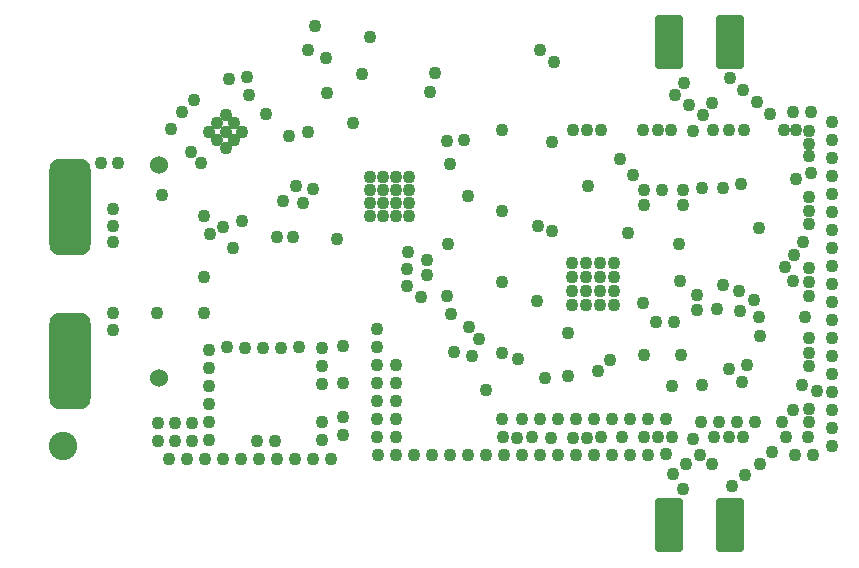
<source format=gbs>
G04 Layer_Color=16711935*
%FSLAX25Y25*%
%MOIN*%
G70*
G01*
G75*
%ADD196C,0.06000*%
G04:AMPARAMS|DCode=197|XSize=90.55mil|YSize=177.16mil|CornerRadius=6.3mil|HoleSize=0mil|Usage=FLASHONLY|Rotation=180.000|XOffset=0mil|YOffset=0mil|HoleType=Round|Shape=RoundedRectangle|*
%AMROUNDEDRECTD197*
21,1,0.09055,0.16457,0,0,180.0*
21,1,0.07795,0.17716,0,0,180.0*
1,1,0.01260,-0.03898,0.08228*
1,1,0.01260,0.03898,0.08228*
1,1,0.01260,0.03898,-0.08228*
1,1,0.01260,-0.03898,-0.08228*
%
%ADD197ROUNDEDRECTD197*%
G04:AMPARAMS|DCode=198|XSize=137.92mil|YSize=322.96mil|CornerRadius=36.48mil|HoleSize=0mil|Usage=FLASHONLY|Rotation=0.000|XOffset=0mil|YOffset=0mil|HoleType=Round|Shape=RoundedRectangle|*
%AMROUNDEDRECTD198*
21,1,0.13792,0.25000,0,0,0.0*
21,1,0.06496,0.32296,0,0,0.0*
1,1,0.07296,0.03248,-0.12500*
1,1,0.07296,-0.03248,-0.12500*
1,1,0.07296,-0.03248,0.12500*
1,1,0.07296,0.03248,0.12500*
%
%ADD198ROUNDEDRECTD198*%
%ADD199C,0.09494*%
%ADD200C,0.04300*%
D196*
X38275Y-31472D02*
D03*
Y39788D02*
D03*
D197*
X228836Y80513D02*
D03*
X208364D02*
D03*
Y-80513D02*
D03*
X228836D02*
D03*
D198*
X8700Y-25591D02*
D03*
Y25591D02*
D03*
D199*
X6400Y-54100D02*
D03*
D200*
X185462Y-7087D02*
D03*
X190187D02*
D03*
Y-2362D02*
D03*
X185462D02*
D03*
X180738Y2362D02*
D03*
X185462D02*
D03*
X190187D02*
D03*
X176013Y7087D02*
D03*
Y2362D02*
D03*
Y-7087D02*
D03*
X180738Y-2362D02*
D03*
X185462Y7087D02*
D03*
X180738D02*
D03*
X190187D02*
D03*
X180738Y-7087D02*
D03*
X176013Y-2362D02*
D03*
X212000Y900D02*
D03*
X204000Y-12800D02*
D03*
X192200Y41700D02*
D03*
X164500Y-5700D02*
D03*
X24700Y40300D02*
D03*
X74100Y56700D02*
D03*
X84100Y32700D02*
D03*
X86300Y27100D02*
D03*
X88200Y50500D02*
D03*
X170000Y74100D02*
D03*
X165500Y77800D02*
D03*
X135300Y40000D02*
D03*
X140200Y47800D02*
D03*
X134400Y47600D02*
D03*
X128600Y64000D02*
D03*
X127900Y8100D02*
D03*
X127600Y3000D02*
D03*
X134800Y13200D02*
D03*
X141400Y29400D02*
D03*
X152780Y24295D02*
D03*
X121500Y10500D02*
D03*
X134400Y-4000D02*
D03*
X135700Y-10200D02*
D03*
X141800Y-14400D02*
D03*
X164700Y19200D02*
D03*
X121200Y4900D02*
D03*
Y-800D02*
D03*
X125700Y-4500D02*
D03*
X188700Y-25400D02*
D03*
X88200Y77800D02*
D03*
X94200Y75200D02*
D03*
X90384Y85816D02*
D03*
X39500Y29500D02*
D03*
X23000Y14000D02*
D03*
Y-9700D02*
D03*
X252600Y-33800D02*
D03*
X250671Y35000D02*
D03*
X232600Y-32600D02*
D03*
X106200Y69900D02*
D03*
X50000Y61200D02*
D03*
X83050Y15700D02*
D03*
X79600Y27700D02*
D03*
X89800Y31600D02*
D03*
X81700Y49200D02*
D03*
X67600Y68900D02*
D03*
X61800Y68400D02*
D03*
X142800Y-24100D02*
D03*
X136600Y-22800D02*
D03*
X147500Y-35293D02*
D03*
X211900Y13400D02*
D03*
X145200Y-18300D02*
D03*
X152800Y617D02*
D03*
X152800Y51200D02*
D03*
X169300Y47300D02*
D03*
X174630Y-30550D02*
D03*
X97700Y14800D02*
D03*
X181031Y51185D02*
D03*
X204661Y51207D02*
D03*
X228275D02*
D03*
X255200Y51100D02*
D03*
X255175Y24348D02*
D03*
X255194Y670D02*
D03*
X255186Y-22957D02*
D03*
X254900Y-51000D02*
D03*
X228268Y-51196D02*
D03*
X204653D02*
D03*
X153000Y-51000D02*
D03*
X181023Y-51218D02*
D03*
X152791Y-23010D02*
D03*
X46100Y57300D02*
D03*
X63200Y11900D02*
D03*
X59900Y18800D02*
D03*
X53400Y22700D02*
D03*
X94268Y63767D02*
D03*
X23000Y-15400D02*
D03*
X37900Y-9700D02*
D03*
X53400Y2200D02*
D03*
X19200Y40300D02*
D03*
X68500Y63100D02*
D03*
X103000Y53500D02*
D03*
X184700Y-29200D02*
D03*
X181500Y32500D02*
D03*
X66200Y20900D02*
D03*
X55477Y16505D02*
D03*
X108600Y82400D02*
D03*
X232334Y33234D02*
D03*
X196500Y36400D02*
D03*
X219300Y-33800D02*
D03*
X53400Y-9600D02*
D03*
X52300Y40200D02*
D03*
X23000Y25000D02*
D03*
Y19300D02*
D03*
X49000Y44100D02*
D03*
X213200Y-68400D02*
D03*
X194700Y17000D02*
D03*
X167100Y-31300D02*
D03*
X210100Y-12600D02*
D03*
X77700Y15500D02*
D03*
X158100Y-25000D02*
D03*
X60663Y45140D02*
D03*
X57879Y47923D02*
D03*
X55095Y50707D02*
D03*
X63446Y47923D02*
D03*
X60663Y50707D02*
D03*
X57879Y53491D02*
D03*
X66230Y50707D02*
D03*
X63446Y53491D02*
D03*
X60663Y56275D02*
D03*
X42400Y51700D02*
D03*
X199600Y-6500D02*
D03*
X121654Y22575D02*
D03*
Y26905D02*
D03*
Y31236D02*
D03*
Y35567D02*
D03*
X117323D02*
D03*
Y31236D02*
D03*
Y26905D02*
D03*
Y22575D02*
D03*
X112993D02*
D03*
Y26905D02*
D03*
Y31236D02*
D03*
Y35567D02*
D03*
X108662D02*
D03*
Y31236D02*
D03*
Y26905D02*
D03*
Y22575D02*
D03*
X169400Y17500D02*
D03*
X238300Y18700D02*
D03*
X247200Y5500D02*
D03*
X226500Y32100D02*
D03*
X219500D02*
D03*
X213000Y26300D02*
D03*
X200000Y26400D02*
D03*
X213000Y31400D02*
D03*
X206100D02*
D03*
X200000D02*
D03*
X226400Y-400D02*
D03*
X231900Y-2400D02*
D03*
X236800Y-5500D02*
D03*
X238300Y-11000D02*
D03*
X238600Y-17400D02*
D03*
X232000Y-8900D02*
D03*
X224400Y-8400D02*
D03*
X217900Y-8600D02*
D03*
X217800Y-3600D02*
D03*
X250200Y9700D02*
D03*
X253200Y13900D02*
D03*
X249800Y900D02*
D03*
X253600Y-11000D02*
D03*
X234300Y-27200D02*
D03*
X228300Y-28500D02*
D03*
X200000Y-23700D02*
D03*
X212400D02*
D03*
X249900Y-42000D02*
D03*
X246200Y-46000D02*
D03*
X222900Y-60200D02*
D03*
X214200D02*
D03*
X209700Y-63500D02*
D03*
X218700Y-57100D02*
D03*
X219100Y-46100D02*
D03*
X225100Y-46000D02*
D03*
X231100D02*
D03*
X237100Y-46200D02*
D03*
X174600Y-16300D02*
D03*
X222600Y60400D02*
D03*
X219800Y56200D02*
D03*
X215100Y59500D02*
D03*
X233900Y-63800D02*
D03*
X229400Y-67300D02*
D03*
X41900Y-58400D02*
D03*
X47900D02*
D03*
X53900D02*
D03*
X59900D02*
D03*
X65900D02*
D03*
X71900D02*
D03*
X77900D02*
D03*
X83900D02*
D03*
X89900D02*
D03*
X95900D02*
D03*
X111300Y-56900D02*
D03*
X117300D02*
D03*
X123300D02*
D03*
X129300D02*
D03*
X135300D02*
D03*
X141300D02*
D03*
X147300D02*
D03*
X153300D02*
D03*
X159300D02*
D03*
X165300D02*
D03*
X111200Y-14900D02*
D03*
Y-20900D02*
D03*
Y-26900D02*
D03*
Y-32900D02*
D03*
Y-38900D02*
D03*
Y-44900D02*
D03*
Y-50900D02*
D03*
X117400Y-51000D02*
D03*
Y-45000D02*
D03*
Y-39000D02*
D03*
Y-33000D02*
D03*
Y-27000D02*
D03*
X92800Y-52000D02*
D03*
Y-46000D02*
D03*
Y-27400D02*
D03*
Y-21400D02*
D03*
X55100Y-21900D02*
D03*
Y-27900D02*
D03*
Y-33900D02*
D03*
Y-39900D02*
D03*
Y-45900D02*
D03*
Y-51900D02*
D03*
X99800Y-44500D02*
D03*
Y-50500D02*
D03*
X85100Y-21100D02*
D03*
X79100Y-21400D02*
D03*
X73100D02*
D03*
X61100Y-21100D02*
D03*
X67100Y-21400D02*
D03*
X92800Y-33400D02*
D03*
X49500Y-52300D02*
D03*
Y-46300D02*
D03*
X43900Y-52300D02*
D03*
Y-46300D02*
D03*
X99800Y-33200D02*
D03*
Y-20600D02*
D03*
X207300Y-56800D02*
D03*
X201300Y-56900D02*
D03*
X195300D02*
D03*
X189300D02*
D03*
X183300D02*
D03*
X177300D02*
D03*
X171300D02*
D03*
X213400Y67100D02*
D03*
X210400Y62800D02*
D03*
X238700Y-59900D02*
D03*
X242600Y-56100D02*
D03*
X228667Y68519D02*
D03*
X233226Y64550D02*
D03*
X242128Y56676D02*
D03*
X237900Y60500D02*
D03*
X262800Y-54000D02*
D03*
Y-48000D02*
D03*
Y-42000D02*
D03*
Y-36000D02*
D03*
Y-30000D02*
D03*
Y-24000D02*
D03*
Y-18000D02*
D03*
Y-12000D02*
D03*
Y-6000D02*
D03*
Y0D02*
D03*
Y6000D02*
D03*
Y12000D02*
D03*
Y18000D02*
D03*
Y24000D02*
D03*
Y30000D02*
D03*
Y36000D02*
D03*
Y42000D02*
D03*
Y48000D02*
D03*
Y54000D02*
D03*
X250300Y-57200D02*
D03*
X256300D02*
D03*
X249800Y57200D02*
D03*
X255800D02*
D03*
X159300Y-45000D02*
D03*
X165300D02*
D03*
X171300D02*
D03*
X177300D02*
D03*
X183300D02*
D03*
X189300D02*
D03*
X195300D02*
D03*
X201300D02*
D03*
X207300D02*
D03*
X169100Y-51300D02*
D03*
X192800Y-51200D02*
D03*
X216500Y-51600D02*
D03*
X216400Y51000D02*
D03*
X209200Y51200D02*
D03*
X223100D02*
D03*
X233400D02*
D03*
X246600Y51300D02*
D03*
X250782Y51199D02*
D03*
X199900Y51300D02*
D03*
X247500Y-51200D02*
D03*
X233000D02*
D03*
X223500D02*
D03*
X209300D02*
D03*
X200100D02*
D03*
X185800D02*
D03*
X176300Y-51300D02*
D03*
X162800Y-51200D02*
D03*
X157903Y-51220D02*
D03*
X185700Y51200D02*
D03*
X152900Y-45100D02*
D03*
X255207Y-46137D02*
D03*
X176400Y51200D02*
D03*
X255200Y19900D02*
D03*
Y29100D02*
D03*
X255196Y46791D02*
D03*
X255200Y42600D02*
D03*
Y5400D02*
D03*
Y-4100D02*
D03*
Y-18200D02*
D03*
Y-27500D02*
D03*
Y-41600D02*
D03*
X257700Y-35700D02*
D03*
X77000Y-52500D02*
D03*
X71000D02*
D03*
X38000Y-46500D02*
D03*
Y-52500D02*
D03*
X209500Y-34000D02*
D03*
X130300Y70300D02*
D03*
X255600Y36800D02*
D03*
M02*

</source>
